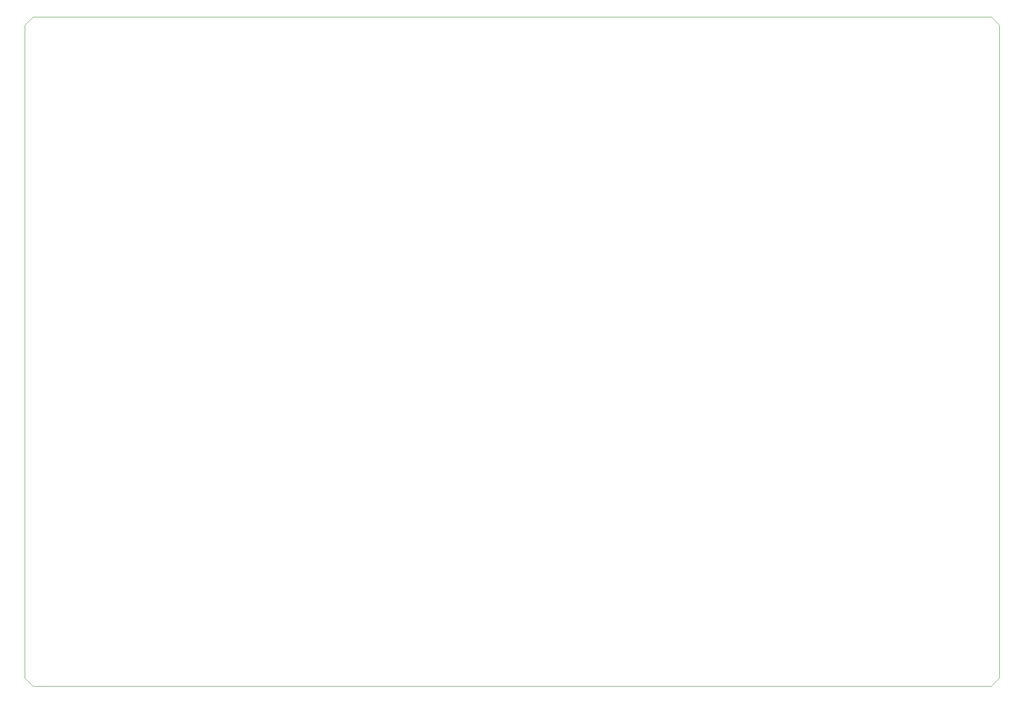
<source format=gbr>
%TF.GenerationSoftware,KiCad,Pcbnew,(6.0.4-0)*%
%TF.CreationDate,2022-09-25T09:44:29-05:00*%
%TF.ProjectId,mekko5X,6d656b6b-6f35-4582-9e6b-696361645f70,rev?*%
%TF.SameCoordinates,Original*%
%TF.FileFunction,Profile,NP*%
%FSLAX46Y46*%
G04 Gerber Fmt 4.6, Leading zero omitted, Abs format (unit mm)*
G04 Created by KiCad (PCBNEW (6.0.4-0)) date 2022-09-25 09:44:29*
%MOMM*%
%LPD*%
G01*
G04 APERTURE LIST*
%TA.AperFunction,Profile*%
%ADD10C,0.100000*%
%TD*%
G04 APERTURE END LIST*
D10*
X14287500Y-10318750D02*
X201612500Y-10318750D01*
X12700000Y-139700000D02*
X12700000Y-11906250D01*
X201612500Y-141287500D02*
X203200000Y-139700000D01*
X201612500Y-10318750D02*
X203200000Y-11906250D01*
X203200000Y-11906250D02*
X203200000Y-139700000D01*
X14287500Y-141287500D02*
X12700000Y-139700000D01*
X14287500Y-141287500D02*
X201612500Y-141287500D01*
X14287500Y-10318750D02*
X12700000Y-11906250D01*
M02*

</source>
